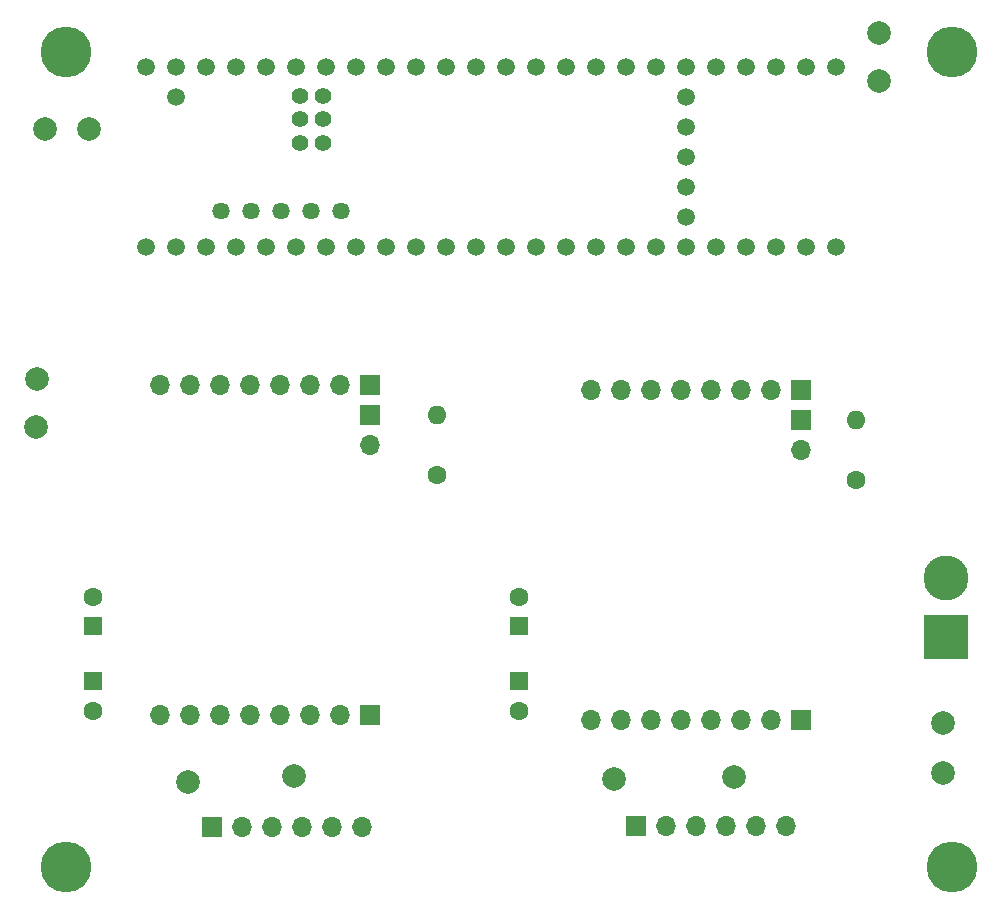
<source format=gbs>
G04 #@! TF.GenerationSoftware,KiCad,Pcbnew,8.0.8*
G04 #@! TF.CreationDate,2025-01-20T09:17:35-05:00*
G04 #@! TF.ProjectId,mechanumDriveTrain,6d656368-616e-4756-9d44-726976655472,rev?*
G04 #@! TF.SameCoordinates,Original*
G04 #@! TF.FileFunction,Soldermask,Bot*
G04 #@! TF.FilePolarity,Negative*
%FSLAX46Y46*%
G04 Gerber Fmt 4.6, Leading zero omitted, Abs format (unit mm)*
G04 Created by KiCad (PCBNEW 8.0.8) date 2025-01-20 09:17:35*
%MOMM*%
%LPD*%
G01*
G04 APERTURE LIST*
%ADD10C,2.000000*%
%ADD11C,4.300000*%
%ADD12C,1.600000*%
%ADD13O,1.600000X1.600000*%
%ADD14R,1.600000X1.600000*%
%ADD15R,1.700000X1.700000*%
%ADD16O,1.700000X1.700000*%
%ADD17R,3.800000X3.800000*%
%ADD18C,3.800000*%
%ADD19C,1.512000*%
%ADD20C,1.462000*%
%ADD21C,1.412000*%
G04 APERTURE END LIST*
D10*
X22400000Y-63775000D03*
D11*
X100000000Y-101000000D03*
D12*
X56375000Y-67855000D03*
D13*
X56375000Y-62775000D03*
D10*
X44300000Y-93300000D03*
X93800000Y-34425000D03*
D14*
X27290000Y-80625000D03*
D12*
X27290000Y-78125000D03*
D10*
X99225000Y-88825000D03*
D15*
X37325000Y-97625000D03*
D16*
X39865000Y-97625000D03*
X42405000Y-97625000D03*
X44945000Y-97625000D03*
X47485000Y-97625000D03*
X50025000Y-97625000D03*
D11*
X25000000Y-32000000D03*
D15*
X73225000Y-97525000D03*
D16*
X75765000Y-97525000D03*
X78305000Y-97525000D03*
X80845000Y-97525000D03*
X83385000Y-97525000D03*
X85925000Y-97525000D03*
D10*
X35300000Y-93800000D03*
D17*
X99485000Y-81575000D03*
D18*
X99485000Y-76575000D03*
D10*
X26925000Y-38525000D03*
D14*
X63290000Y-80625000D03*
D12*
X63290000Y-78125000D03*
D15*
X87157500Y-60640000D03*
X87157500Y-88560000D03*
D16*
X84617500Y-88560000D03*
X84617500Y-60640000D03*
X82077500Y-60640000D03*
X79537500Y-60640000D03*
X76997500Y-60640000D03*
X74457500Y-60640000D03*
X71917500Y-60640000D03*
X69377500Y-60640000D03*
X82077500Y-88560000D03*
X79537500Y-88560000D03*
X76997500Y-88560000D03*
X74457500Y-88560000D03*
X71917500Y-88560000D03*
X69377500Y-88560000D03*
D15*
X87167500Y-63180000D03*
D16*
X87167500Y-65720000D03*
D10*
X93800000Y-30400000D03*
D11*
X100000000Y-32000000D03*
X25000000Y-101000000D03*
D14*
X27290000Y-85275000D03*
D12*
X27290000Y-87775000D03*
D10*
X22500000Y-59725000D03*
X99225000Y-93075000D03*
D14*
X63290000Y-85275000D03*
D12*
X63290000Y-87775000D03*
D10*
X81500000Y-93400000D03*
D15*
X50707500Y-60240000D03*
X50707500Y-88160000D03*
D16*
X48167500Y-88160000D03*
X48167500Y-60240000D03*
X45627500Y-60240000D03*
X43087500Y-60240000D03*
X40547500Y-60240000D03*
X38007500Y-60240000D03*
X35467500Y-60240000D03*
X32927500Y-60240000D03*
X45627500Y-88160000D03*
X43087500Y-88160000D03*
X40547500Y-88160000D03*
X38007500Y-88160000D03*
X35467500Y-88160000D03*
X32927500Y-88160000D03*
D15*
X50717500Y-62780000D03*
D16*
X50717500Y-65320000D03*
D10*
X23175000Y-38525000D03*
D19*
X34320000Y-48500000D03*
X36860000Y-48500000D03*
X39400000Y-48500000D03*
X41940000Y-48500000D03*
X36860000Y-33260000D03*
X67340000Y-48500000D03*
X77500000Y-43420000D03*
X44480000Y-48500000D03*
X47020000Y-48500000D03*
D20*
X38130000Y-45450000D03*
D19*
X49560000Y-48500000D03*
X52100000Y-48500000D03*
X54640000Y-48500000D03*
X57180000Y-48500000D03*
X59720000Y-48500000D03*
X62260000Y-48500000D03*
X64800000Y-48500000D03*
X64800000Y-33260000D03*
X62260000Y-33260000D03*
X59720000Y-33260000D03*
X57180000Y-33260000D03*
X54640000Y-33260000D03*
X52100000Y-33260000D03*
X49560000Y-33260000D03*
X47020000Y-33260000D03*
X44480000Y-33260000D03*
X41940000Y-33260000D03*
X39400000Y-33260000D03*
X69880000Y-48500000D03*
X72420000Y-48500000D03*
X74960000Y-48500000D03*
X77500000Y-48500000D03*
X80040000Y-48500000D03*
X82580000Y-48500000D03*
X85120000Y-48500000D03*
X87660000Y-48500000D03*
X90200000Y-48500000D03*
X90200000Y-33260000D03*
X87660000Y-33260000D03*
X85120000Y-33260000D03*
X82580000Y-33260000D03*
X80040000Y-33260000D03*
X77500000Y-33260000D03*
X74960000Y-33260000D03*
X72420000Y-33260000D03*
X69880000Y-33260000D03*
D20*
X43210000Y-45450000D03*
X40670000Y-45450000D03*
D19*
X31780000Y-48500000D03*
X34320000Y-33260000D03*
D21*
X46750000Y-37710000D03*
D19*
X67340000Y-33260000D03*
X77500000Y-40880000D03*
D21*
X44750000Y-37710000D03*
D19*
X77500000Y-35800000D03*
X77500000Y-38340000D03*
D21*
X44750000Y-35710000D03*
X46750000Y-35710000D03*
X46750000Y-39710000D03*
X44750000Y-39710000D03*
D20*
X45750000Y-45450000D03*
X48290000Y-45450000D03*
D19*
X77500000Y-45960000D03*
X31780000Y-33260000D03*
X34320000Y-35800000D03*
D10*
X71400000Y-93600000D03*
D12*
X91875000Y-68245000D03*
D13*
X91875000Y-63165000D03*
M02*

</source>
